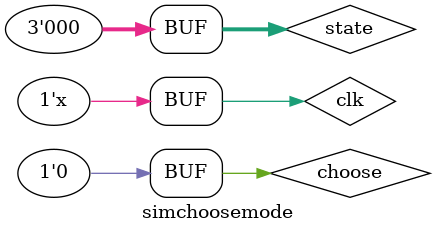
<source format=v>
`timescale 1ns / 1ps

module simchoosemode();
    reg clk;
    reg [2:0]state;
    reg choose;
    wire [2:0]mode;
    
    initial begin
        clk = 0;
        state = 0;
        choose = 0;
        state = #10 1;
        choose = #30 1;
        choose = #20 0;
        choose = #20 1;
        choose = #20 0;
        state = #20 0;
        choose = #30 1;
        choose = #20 0;
        choose = #20 1;
        choose = #20 0;
    end
    
    always #10 begin
        clk <= ~clk;
    end
    
    choose_mode simchoose_mode(clk,state,choose,mode);
endmodule

</source>
